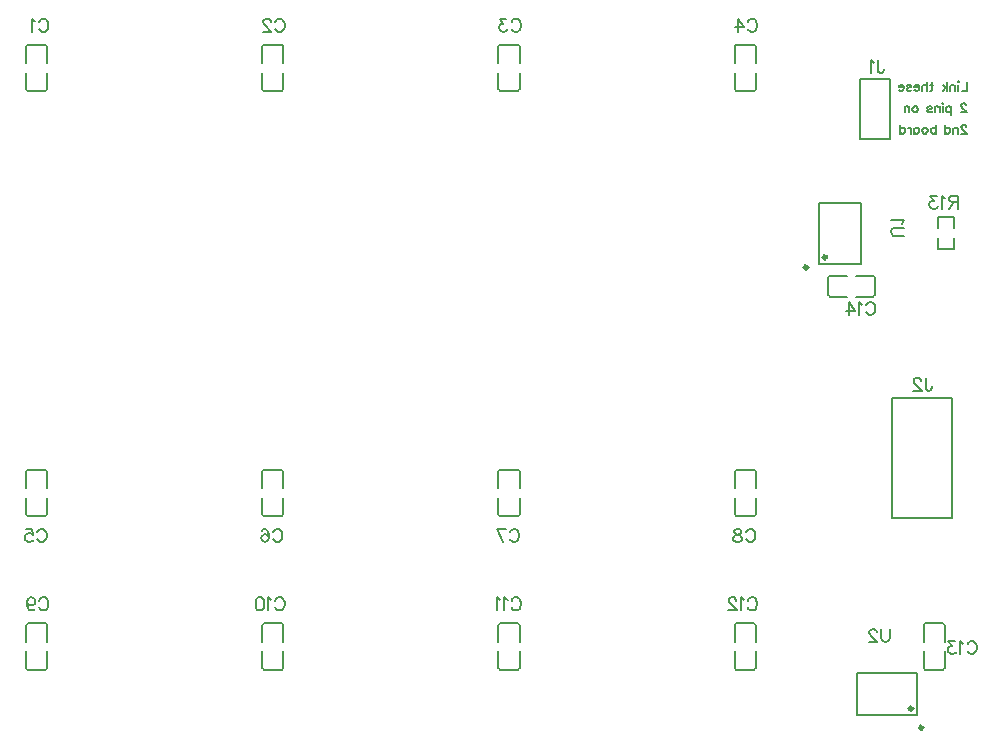
<source format=gbo>
G04 Layer: BottomSilkscreenLayer*
G04 EasyEDA v6.5.23, 2023-08-24 15:40:58*
G04 a67cddfb3fce44daa9051d46cbbcc19f,10*
G04 Gerber Generator version 0.2*
G04 Scale: 100 percent, Rotated: No, Reflected: No *
G04 Dimensions in millimeters *
G04 leading zeros omitted , absolute positions ,4 integer and 5 decimal *
%FSLAX45Y45*%
%MOMM*%

%ADD10C,0.2032*%
%ADD11C,0.1524*%
%ADD12C,0.2030*%
%ADD13C,0.3000*%

%LPD*%
D10*
X9874981Y8480709D02*
G01*
X9874981Y8404346D01*
X9874981Y8404346D02*
G01*
X9831344Y8404346D01*
X9807346Y8480709D02*
G01*
X9803709Y8477074D01*
X9800071Y8480709D01*
X9803709Y8484346D01*
X9807346Y8480709D01*
X9803709Y8455256D02*
G01*
X9803709Y8404346D01*
X9776071Y8455256D02*
G01*
X9776071Y8404346D01*
X9776071Y8440709D02*
G01*
X9765164Y8451618D01*
X9757890Y8455256D01*
X9746980Y8455256D01*
X9739708Y8451618D01*
X9736071Y8440709D01*
X9736071Y8404346D01*
X9712073Y8480709D02*
G01*
X9712073Y8404346D01*
X9675708Y8455256D02*
G01*
X9712073Y8418893D01*
X9697526Y8433437D02*
G01*
X9672073Y8404346D01*
X9581164Y8480709D02*
G01*
X9581164Y8418893D01*
X9577527Y8407984D01*
X9570255Y8404346D01*
X9562983Y8404346D01*
X9592073Y8455256D02*
G01*
X9566617Y8455256D01*
X9538982Y8480709D02*
G01*
X9538982Y8404346D01*
X9538982Y8440709D02*
G01*
X9528073Y8451618D01*
X9520801Y8455256D01*
X9509892Y8455256D01*
X9502617Y8451618D01*
X9498982Y8440709D01*
X9498982Y8404346D01*
X9474982Y8433437D02*
G01*
X9431345Y8433437D01*
X9431345Y8440709D01*
X9434982Y8447984D01*
X9438619Y8451618D01*
X9445891Y8455256D01*
X9456800Y8455256D01*
X9464073Y8451618D01*
X9471345Y8444346D01*
X9474982Y8433437D01*
X9474982Y8426165D01*
X9471345Y8415256D01*
X9464073Y8407984D01*
X9456800Y8404346D01*
X9445891Y8404346D01*
X9438619Y8407984D01*
X9431345Y8415256D01*
X9367347Y8444346D02*
G01*
X9370982Y8451618D01*
X9381891Y8455256D01*
X9392800Y8455256D01*
X9403709Y8451618D01*
X9407347Y8444346D01*
X9403709Y8437074D01*
X9396437Y8433437D01*
X9378254Y8429800D01*
X9370982Y8426165D01*
X9367347Y8418893D01*
X9367347Y8415256D01*
X9370982Y8407984D01*
X9381891Y8404346D01*
X9392800Y8404346D01*
X9403709Y8407984D01*
X9407347Y8415256D01*
X9343346Y8433437D02*
G01*
X9299709Y8433437D01*
X9299709Y8440709D01*
X9303346Y8447984D01*
X9306981Y8451618D01*
X9314256Y8455256D01*
X9325165Y8455256D01*
X9332437Y8451618D01*
X9339709Y8444346D01*
X9343346Y8433437D01*
X9343346Y8426165D01*
X9339709Y8415256D01*
X9332437Y8407984D01*
X9325165Y8404346D01*
X9314256Y8404346D01*
X9306981Y8407984D01*
X9299709Y8415256D01*
X9871344Y8280928D02*
G01*
X9871344Y8284565D01*
X9867709Y8291837D01*
X9864072Y8295474D01*
X9856800Y8299109D01*
X9842253Y8299109D01*
X9834981Y8295474D01*
X9831344Y8291837D01*
X9827709Y8284565D01*
X9827709Y8277293D01*
X9831344Y8270019D01*
X9838618Y8259109D01*
X9874981Y8222747D01*
X9824072Y8222747D01*
X9744072Y8273656D02*
G01*
X9744072Y8197293D01*
X9744072Y8262746D02*
G01*
X9736800Y8270019D01*
X9729528Y8273656D01*
X9718619Y8273656D01*
X9711344Y8270019D01*
X9704072Y8262746D01*
X9700435Y8251837D01*
X9700435Y8244565D01*
X9704072Y8233656D01*
X9711344Y8226384D01*
X9718619Y8222747D01*
X9729528Y8222747D01*
X9736800Y8226384D01*
X9744072Y8233656D01*
X9676437Y8299109D02*
G01*
X9672800Y8295474D01*
X9669162Y8299109D01*
X9672800Y8302746D01*
X9676437Y8299109D01*
X9672800Y8273656D02*
G01*
X9672800Y8222747D01*
X9645164Y8273656D02*
G01*
X9645164Y8222747D01*
X9645164Y8259109D02*
G01*
X9634255Y8270019D01*
X9626981Y8273656D01*
X9616071Y8273656D01*
X9608799Y8270019D01*
X9605164Y8259109D01*
X9605164Y8222747D01*
X9541164Y8262746D02*
G01*
X9544799Y8270019D01*
X9555708Y8273656D01*
X9566617Y8273656D01*
X9577527Y8270019D01*
X9581164Y8262746D01*
X9577527Y8255474D01*
X9570255Y8251837D01*
X9552073Y8248200D01*
X9544799Y8244565D01*
X9541164Y8237293D01*
X9541164Y8233656D01*
X9544799Y8226384D01*
X9555708Y8222747D01*
X9566617Y8222747D01*
X9577527Y8226384D01*
X9581164Y8233656D01*
X9442983Y8273656D02*
G01*
X9450255Y8270019D01*
X9457527Y8262746D01*
X9461164Y8251837D01*
X9461164Y8244565D01*
X9457527Y8233656D01*
X9450255Y8226384D01*
X9442983Y8222747D01*
X9432074Y8222747D01*
X9424799Y8226384D01*
X9417527Y8233656D01*
X9413892Y8244565D01*
X9413892Y8251837D01*
X9417527Y8262746D01*
X9424799Y8270019D01*
X9432074Y8273656D01*
X9442983Y8273656D01*
X9389892Y8273656D02*
G01*
X9389892Y8222747D01*
X9389892Y8259109D02*
G01*
X9378983Y8270019D01*
X9371711Y8273656D01*
X9360801Y8273656D01*
X9353527Y8270019D01*
X9349892Y8259109D01*
X9349892Y8222747D01*
X9871344Y8099328D02*
G01*
X9871344Y8102965D01*
X9867709Y8110237D01*
X9864072Y8113875D01*
X9856800Y8117509D01*
X9842253Y8117509D01*
X9834981Y8113875D01*
X9831344Y8110237D01*
X9827709Y8102965D01*
X9827709Y8095693D01*
X9831344Y8088419D01*
X9838618Y8077509D01*
X9874981Y8041147D01*
X9824072Y8041147D01*
X9800071Y8092056D02*
G01*
X9800071Y8041147D01*
X9800071Y8077509D02*
G01*
X9789162Y8088419D01*
X9781890Y8092056D01*
X9770981Y8092056D01*
X9763709Y8088419D01*
X9760071Y8077509D01*
X9760071Y8041147D01*
X9692436Y8117509D02*
G01*
X9692436Y8041147D01*
X9692436Y8081147D02*
G01*
X9699708Y8088419D01*
X9706980Y8092056D01*
X9717890Y8092056D01*
X9725164Y8088419D01*
X9732436Y8081147D01*
X9736071Y8070237D01*
X9736071Y8062965D01*
X9732436Y8052056D01*
X9725164Y8044784D01*
X9717890Y8041147D01*
X9706980Y8041147D01*
X9699708Y8044784D01*
X9692436Y8052056D01*
X9612436Y8117509D02*
G01*
X9612436Y8041147D01*
X9612436Y8081147D02*
G01*
X9605164Y8088419D01*
X9597890Y8092056D01*
X9586981Y8092056D01*
X9579709Y8088419D01*
X9572437Y8081147D01*
X9568799Y8070237D01*
X9568799Y8062965D01*
X9572437Y8052056D01*
X9579709Y8044784D01*
X9586981Y8041147D01*
X9597890Y8041147D01*
X9605164Y8044784D01*
X9612436Y8052056D01*
X9526617Y8092056D02*
G01*
X9533892Y8088419D01*
X9541164Y8081147D01*
X9544799Y8070237D01*
X9544799Y8062965D01*
X9541164Y8052056D01*
X9533892Y8044784D01*
X9526617Y8041147D01*
X9515708Y8041147D01*
X9508436Y8044784D01*
X9501164Y8052056D01*
X9497527Y8062965D01*
X9497527Y8070237D01*
X9501164Y8081147D01*
X9508436Y8088419D01*
X9515708Y8092056D01*
X9526617Y8092056D01*
X9429892Y8092056D02*
G01*
X9429892Y8041147D01*
X9429892Y8081147D02*
G01*
X9437164Y8088419D01*
X9444436Y8092056D01*
X9455345Y8092056D01*
X9462617Y8088419D01*
X9469892Y8081147D01*
X9473526Y8070237D01*
X9473526Y8062965D01*
X9469892Y8052056D01*
X9462617Y8044784D01*
X9455345Y8041147D01*
X9444436Y8041147D01*
X9437164Y8044784D01*
X9429892Y8052056D01*
X9405891Y8092056D02*
G01*
X9405891Y8041147D01*
X9405891Y8070237D02*
G01*
X9402254Y8081147D01*
X9394982Y8088419D01*
X9387710Y8092056D01*
X9376801Y8092056D01*
X9309163Y8117509D02*
G01*
X9309163Y8041147D01*
X9309163Y8081147D02*
G01*
X9316438Y8088419D01*
X9323710Y8092056D01*
X9334619Y8092056D01*
X9341891Y8088419D01*
X9349163Y8081147D01*
X9352800Y8070237D01*
X9352800Y8062965D01*
X9349163Y8052056D01*
X9341891Y8044784D01*
X9334619Y8041147D01*
X9323710Y8041147D01*
X9316438Y8044784D01*
X9309163Y8052056D01*
D11*
X9122910Y8665301D02*
G01*
X9122910Y8582243D01*
X9128244Y8566495D01*
X9133324Y8561415D01*
X9143738Y8556335D01*
X9154152Y8556335D01*
X9164566Y8561415D01*
X9169900Y8566495D01*
X9174980Y8582243D01*
X9174980Y8592657D01*
X9088620Y8644473D02*
G01*
X9078460Y8649807D01*
X9062712Y8665301D01*
X9062712Y8556335D01*
X9527910Y5975304D02*
G01*
X9527910Y5892246D01*
X9533244Y5876498D01*
X9538324Y5871418D01*
X9548738Y5866338D01*
X9559152Y5866338D01*
X9569566Y5871418D01*
X9574900Y5876498D01*
X9579980Y5892246D01*
X9579980Y5902660D01*
X9488540Y5949396D02*
G01*
X9488540Y5954476D01*
X9483460Y5964890D01*
X9478126Y5970224D01*
X9467712Y5975304D01*
X9446884Y5975304D01*
X9436470Y5970224D01*
X9431390Y5964890D01*
X9426310Y5954476D01*
X9426310Y5944062D01*
X9431390Y5933648D01*
X9441804Y5918154D01*
X9493620Y5866338D01*
X9420976Y5866338D01*
X9799980Y7515301D02*
G01*
X9799980Y7406335D01*
X9799980Y7515301D02*
G01*
X9753244Y7515301D01*
X9737750Y7510221D01*
X9732416Y7504887D01*
X9727336Y7494473D01*
X9727336Y7484059D01*
X9732416Y7473645D01*
X9737750Y7468565D01*
X9753244Y7463485D01*
X9799980Y7463485D01*
X9763658Y7463485D02*
G01*
X9727336Y7406335D01*
X9693046Y7494473D02*
G01*
X9682632Y7499807D01*
X9666884Y7515301D01*
X9666884Y7406335D01*
X9622180Y7515301D02*
G01*
X9565030Y7515301D01*
X9596272Y7473645D01*
X9580778Y7473645D01*
X9570364Y7468565D01*
X9565030Y7463485D01*
X9559950Y7447737D01*
X9559950Y7437323D01*
X9565030Y7421829D01*
X9575444Y7411415D01*
X9591192Y7406335D01*
X9606686Y7406335D01*
X9622180Y7411415D01*
X9627514Y7416495D01*
X9632594Y7426909D01*
X9347111Y7174585D02*
G01*
X9269133Y7174585D01*
X9253639Y7179665D01*
X9243225Y7190079D01*
X9238145Y7205827D01*
X9238145Y7216241D01*
X9243225Y7231735D01*
X9253639Y7242149D01*
X9269133Y7247229D01*
X9347111Y7247229D01*
X9326283Y7281519D02*
G01*
X9331617Y7291933D01*
X9347111Y7307681D01*
X9238145Y7307681D01*
X9225381Y3847122D02*
G01*
X9225381Y3769144D01*
X9220301Y3753650D01*
X9209887Y3743236D01*
X9194139Y3738156D01*
X9183725Y3738156D01*
X9168231Y3743236D01*
X9157817Y3753650D01*
X9152737Y3769144D01*
X9152737Y3847122D01*
X9113113Y3821214D02*
G01*
X9113113Y3826294D01*
X9108033Y3836708D01*
X9102699Y3842042D01*
X9092285Y3847122D01*
X9071711Y3847122D01*
X9061297Y3842042D01*
X9055963Y3836708D01*
X9050883Y3826294D01*
X9050883Y3815880D01*
X9055963Y3805466D01*
X9066377Y3789972D01*
X9118447Y3738156D01*
X9045549Y3738156D01*
X8022005Y4089400D02*
G01*
X8027339Y4099813D01*
X8037753Y4110228D01*
X8047913Y4115307D01*
X8068741Y4115307D01*
X8079155Y4110228D01*
X8089569Y4099813D01*
X8094903Y4089400D01*
X8099983Y4073652D01*
X8099983Y4047744D01*
X8094903Y4032250D01*
X8089569Y4021836D01*
X8079155Y4011421D01*
X8068741Y4006342D01*
X8047913Y4006342D01*
X8037753Y4011421D01*
X8027339Y4021836D01*
X8022005Y4032250D01*
X7987715Y4094479D02*
G01*
X7977301Y4099813D01*
X7961807Y4115307D01*
X7961807Y4006342D01*
X7922183Y4089400D02*
G01*
X7922183Y4094479D01*
X7917103Y4104894D01*
X7912023Y4110228D01*
X7901609Y4115307D01*
X7880781Y4115307D01*
X7870367Y4110228D01*
X7865033Y4104894D01*
X7859953Y4094479D01*
X7859953Y4084065D01*
X7865033Y4073652D01*
X7875447Y4058157D01*
X7927517Y4006342D01*
X7854873Y4006342D01*
X6022009Y4089400D02*
G01*
X6027343Y4099813D01*
X6037757Y4110228D01*
X6047917Y4115307D01*
X6068745Y4115307D01*
X6079159Y4110228D01*
X6089573Y4099813D01*
X6094907Y4089400D01*
X6099987Y4073652D01*
X6099987Y4047744D01*
X6094907Y4032250D01*
X6089573Y4021836D01*
X6079159Y4011421D01*
X6068745Y4006342D01*
X6047917Y4006342D01*
X6037757Y4011421D01*
X6027343Y4021836D01*
X6022009Y4032250D01*
X5987719Y4094479D02*
G01*
X5977305Y4099813D01*
X5961811Y4115307D01*
X5961811Y4006342D01*
X5927521Y4094479D02*
G01*
X5917107Y4099813D01*
X5901613Y4115307D01*
X5901613Y4006342D01*
X4022013Y4089400D02*
G01*
X4027347Y4099813D01*
X4037761Y4110228D01*
X4047921Y4115307D01*
X4068749Y4115307D01*
X4079163Y4110228D01*
X4089577Y4099813D01*
X4094911Y4089400D01*
X4099991Y4073652D01*
X4099991Y4047744D01*
X4094911Y4032250D01*
X4089577Y4021836D01*
X4079163Y4011421D01*
X4068749Y4006342D01*
X4047921Y4006342D01*
X4037761Y4011421D01*
X4027347Y4021836D01*
X4022013Y4032250D01*
X3987723Y4094479D02*
G01*
X3977309Y4099813D01*
X3961815Y4115307D01*
X3961815Y4006342D01*
X3896283Y4115307D02*
G01*
X3912031Y4110228D01*
X3922191Y4094479D01*
X3927525Y4068571D01*
X3927525Y4053078D01*
X3922191Y4026915D01*
X3912031Y4011421D01*
X3896283Y4006342D01*
X3885869Y4006342D01*
X3870375Y4011421D01*
X3859961Y4026915D01*
X3854881Y4053078D01*
X3854881Y4068571D01*
X3859961Y4094479D01*
X3870375Y4110228D01*
X3885869Y4115307D01*
X3896283Y4115307D01*
X2022017Y4089400D02*
G01*
X2027351Y4099813D01*
X2037765Y4110228D01*
X2047925Y4115307D01*
X2068753Y4115307D01*
X2079167Y4110228D01*
X2089581Y4099813D01*
X2094915Y4089400D01*
X2099995Y4073652D01*
X2099995Y4047744D01*
X2094915Y4032250D01*
X2089581Y4021836D01*
X2079167Y4011421D01*
X2068753Y4006342D01*
X2047925Y4006342D01*
X2037765Y4011421D01*
X2027351Y4021836D01*
X2022017Y4032250D01*
X1920163Y4078986D02*
G01*
X1925497Y4063492D01*
X1935911Y4053078D01*
X1951405Y4047744D01*
X1956485Y4047744D01*
X1972233Y4053078D01*
X1982647Y4063492D01*
X1987727Y4078986D01*
X1987727Y4084065D01*
X1982647Y4099813D01*
X1972233Y4110228D01*
X1956485Y4115307D01*
X1951405Y4115307D01*
X1935911Y4110228D01*
X1925497Y4099813D01*
X1920163Y4078986D01*
X1920163Y4053078D01*
X1925497Y4026915D01*
X1935911Y4011421D01*
X1951405Y4006342D01*
X1961819Y4006342D01*
X1977313Y4011421D01*
X1982647Y4021836D01*
X8006918Y4667732D02*
G01*
X8012252Y4678146D01*
X8022666Y4688560D01*
X8032826Y4693640D01*
X8053654Y4693640D01*
X8064068Y4688560D01*
X8074482Y4678146D01*
X8079816Y4667732D01*
X8084896Y4651984D01*
X8084896Y4626076D01*
X8079816Y4610582D01*
X8074482Y4600168D01*
X8064068Y4589754D01*
X8053654Y4584674D01*
X8032826Y4584674D01*
X8022666Y4589754D01*
X8012252Y4600168D01*
X8006918Y4610582D01*
X7946720Y4693640D02*
G01*
X7962214Y4688560D01*
X7967548Y4678146D01*
X7967548Y4667732D01*
X7962214Y4657318D01*
X7951800Y4651984D01*
X7931226Y4646904D01*
X7915478Y4641824D01*
X7905064Y4631410D01*
X7899984Y4620996D01*
X7899984Y4605248D01*
X7905064Y4594834D01*
X7910398Y4589754D01*
X7925892Y4584674D01*
X7946720Y4584674D01*
X7962214Y4589754D01*
X7967548Y4594834D01*
X7972628Y4605248D01*
X7972628Y4620996D01*
X7967548Y4631410D01*
X7957134Y4641824D01*
X7941386Y4646904D01*
X7920812Y4651984D01*
X7910398Y4657318D01*
X7905064Y4667732D01*
X7905064Y4678146D01*
X7910398Y4688560D01*
X7925892Y4693640D01*
X7946720Y4693640D01*
X6006922Y4667732D02*
G01*
X6012256Y4678146D01*
X6022670Y4688560D01*
X6032830Y4693640D01*
X6053658Y4693640D01*
X6064072Y4688560D01*
X6074486Y4678146D01*
X6079820Y4667732D01*
X6084900Y4651984D01*
X6084900Y4626076D01*
X6079820Y4610582D01*
X6074486Y4600168D01*
X6064072Y4589754D01*
X6053658Y4584674D01*
X6032830Y4584674D01*
X6022670Y4589754D01*
X6012256Y4600168D01*
X6006922Y4610582D01*
X5899988Y4693640D02*
G01*
X5951804Y4584674D01*
X5972632Y4693640D02*
G01*
X5899988Y4693640D01*
X4001846Y4667732D02*
G01*
X4007180Y4678146D01*
X4017594Y4688560D01*
X4027754Y4693640D01*
X4048582Y4693640D01*
X4058996Y4688560D01*
X4069410Y4678146D01*
X4074744Y4667732D01*
X4079824Y4651984D01*
X4079824Y4626076D01*
X4074744Y4610582D01*
X4069410Y4600168D01*
X4058996Y4589754D01*
X4048582Y4584674D01*
X4027754Y4584674D01*
X4017594Y4589754D01*
X4007180Y4600168D01*
X4001846Y4610582D01*
X3905326Y4678146D02*
G01*
X3910406Y4688560D01*
X3926154Y4693640D01*
X3936314Y4693640D01*
X3952062Y4688560D01*
X3962476Y4672812D01*
X3967556Y4646904D01*
X3967556Y4620996D01*
X3962476Y4600168D01*
X3952062Y4589754D01*
X3936314Y4584674D01*
X3931234Y4584674D01*
X3915740Y4589754D01*
X3905326Y4600168D01*
X3899992Y4615662D01*
X3899992Y4620996D01*
X3905326Y4636490D01*
X3915740Y4646904D01*
X3931234Y4651984D01*
X3936314Y4651984D01*
X3952062Y4646904D01*
X3962476Y4636490D01*
X3967556Y4620996D01*
X2006930Y4667732D02*
G01*
X2012264Y4678146D01*
X2022678Y4688560D01*
X2032838Y4693640D01*
X2053666Y4693640D01*
X2064080Y4688560D01*
X2074494Y4678146D01*
X2079828Y4667732D01*
X2084908Y4651984D01*
X2084908Y4626076D01*
X2079828Y4610582D01*
X2074494Y4600168D01*
X2064080Y4589754D01*
X2053666Y4584674D01*
X2032838Y4584674D01*
X2022678Y4589754D01*
X2012264Y4600168D01*
X2006930Y4610582D01*
X1910410Y4693640D02*
G01*
X1962226Y4693640D01*
X1967560Y4646904D01*
X1962226Y4651984D01*
X1946732Y4657318D01*
X1931238Y4657318D01*
X1915490Y4651984D01*
X1905076Y4641824D01*
X1899996Y4626076D01*
X1899996Y4615662D01*
X1905076Y4600168D01*
X1915490Y4589754D01*
X1931238Y4584674D01*
X1946732Y4584674D01*
X1962226Y4589754D01*
X1967560Y4594834D01*
X1972640Y4605248D01*
X8022005Y8989390D02*
G01*
X8027339Y8999804D01*
X8037753Y9010218D01*
X8047913Y9015298D01*
X8068741Y9015298D01*
X8079155Y9010218D01*
X8089569Y8999804D01*
X8094903Y8989390D01*
X8099983Y8973642D01*
X8099983Y8947734D01*
X8094903Y8932240D01*
X8089569Y8921826D01*
X8079155Y8911412D01*
X8068741Y8906332D01*
X8047913Y8906332D01*
X8037753Y8911412D01*
X8027339Y8921826D01*
X8022005Y8932240D01*
X7935899Y9015298D02*
G01*
X7987715Y8942654D01*
X7909737Y8942654D01*
X7935899Y9015298D02*
G01*
X7935899Y8906332D01*
X6022009Y8989390D02*
G01*
X6027343Y8999804D01*
X6037757Y9010218D01*
X6047917Y9015298D01*
X6068745Y9015298D01*
X6079159Y9010218D01*
X6089573Y8999804D01*
X6094907Y8989390D01*
X6099987Y8973642D01*
X6099987Y8947734D01*
X6094907Y8932240D01*
X6089573Y8921826D01*
X6079159Y8911412D01*
X6068745Y8906332D01*
X6047917Y8906332D01*
X6037757Y8911412D01*
X6027343Y8921826D01*
X6022009Y8932240D01*
X5977305Y9015298D02*
G01*
X5920155Y9015298D01*
X5951397Y8973642D01*
X5935903Y8973642D01*
X5925489Y8968562D01*
X5920155Y8963482D01*
X5915075Y8947734D01*
X5915075Y8937320D01*
X5920155Y8921826D01*
X5930569Y8911412D01*
X5946317Y8906332D01*
X5961811Y8906332D01*
X5977305Y8911412D01*
X5982639Y8916492D01*
X5987719Y8926906D01*
X4022013Y8989390D02*
G01*
X4027347Y8999804D01*
X4037761Y9010218D01*
X4047921Y9015298D01*
X4068749Y9015298D01*
X4079163Y9010218D01*
X4089577Y8999804D01*
X4094911Y8989390D01*
X4099991Y8973642D01*
X4099991Y8947734D01*
X4094911Y8932240D01*
X4089577Y8921826D01*
X4079163Y8911412D01*
X4068749Y8906332D01*
X4047921Y8906332D01*
X4037761Y8911412D01*
X4027347Y8921826D01*
X4022013Y8932240D01*
X3982643Y8989390D02*
G01*
X3982643Y8994470D01*
X3977309Y9004884D01*
X3972229Y9010218D01*
X3961815Y9015298D01*
X3940987Y9015298D01*
X3930573Y9010218D01*
X3925493Y9004884D01*
X3920159Y8994470D01*
X3920159Y8984056D01*
X3925493Y8973642D01*
X3935907Y8958148D01*
X3987723Y8906332D01*
X3915079Y8906332D01*
X2022017Y8989390D02*
G01*
X2027351Y8999804D01*
X2037765Y9010218D01*
X2047925Y9015298D01*
X2068753Y9015298D01*
X2079167Y9010218D01*
X2089581Y8999804D01*
X2094915Y8989390D01*
X2099995Y8973642D01*
X2099995Y8947734D01*
X2094915Y8932240D01*
X2089581Y8921826D01*
X2079167Y8911412D01*
X2068753Y8906332D01*
X2047925Y8906332D01*
X2037765Y8911412D01*
X2027351Y8921826D01*
X2022017Y8932240D01*
X1987727Y8994470D02*
G01*
X1977313Y8999804D01*
X1961819Y9015298D01*
X1961819Y8906332D01*
X9882002Y3719400D02*
G01*
X9887336Y3729814D01*
X9897750Y3740228D01*
X9907910Y3745308D01*
X9928738Y3745308D01*
X9939152Y3740228D01*
X9949566Y3729814D01*
X9954900Y3719400D01*
X9959980Y3703652D01*
X9959980Y3677744D01*
X9954900Y3662250D01*
X9949566Y3651836D01*
X9939152Y3641422D01*
X9928738Y3636342D01*
X9907910Y3636342D01*
X9897750Y3641422D01*
X9887336Y3651836D01*
X9882002Y3662250D01*
X9847712Y3724480D02*
G01*
X9837298Y3729814D01*
X9821804Y3745308D01*
X9821804Y3636342D01*
X9777100Y3745308D02*
G01*
X9719950Y3745308D01*
X9751192Y3703652D01*
X9735444Y3703652D01*
X9725030Y3698572D01*
X9719950Y3693492D01*
X9714870Y3677744D01*
X9714870Y3667330D01*
X9719950Y3651836D01*
X9730364Y3641422D01*
X9745858Y3636342D01*
X9761606Y3636342D01*
X9777100Y3641422D01*
X9782180Y3646502D01*
X9787514Y3656916D01*
X9022003Y6589395D02*
G01*
X9027337Y6599809D01*
X9037751Y6610222D01*
X9047911Y6615303D01*
X9068739Y6615303D01*
X9079153Y6610222D01*
X9089567Y6599809D01*
X9094901Y6589395D01*
X9099981Y6573646D01*
X9099981Y6547738D01*
X9094901Y6532245D01*
X9089567Y6521830D01*
X9079153Y6511417D01*
X9068739Y6506337D01*
X9047911Y6506337D01*
X9037751Y6511417D01*
X9027337Y6521830D01*
X9022003Y6532245D01*
X8987713Y6594475D02*
G01*
X8977299Y6599809D01*
X8961805Y6615303D01*
X8961805Y6506337D01*
X8875445Y6615303D02*
G01*
X8927515Y6542659D01*
X8849537Y6542659D01*
X8875445Y6615303D02*
G01*
X8875445Y6506337D01*
D12*
X9226981Y8503983D02*
G01*
X9226981Y8186483D01*
D10*
X9226981Y8503983D02*
G01*
X8972981Y8503983D01*
X8972981Y7995983D01*
X9226981Y7995983D01*
X9226981Y8186483D01*
X9753981Y4791989D02*
G01*
X9245981Y4791989D01*
X9245981Y5807989D01*
X9753981Y5807989D01*
X9753981Y4791989D01*
D11*
X9766040Y7157364D02*
G01*
X9766040Y7061476D01*
X9633920Y7061476D01*
X9633920Y7157364D01*
X9766040Y7242606D02*
G01*
X9766040Y7338494D01*
X9633920Y7338494D01*
X9633920Y7242606D01*
X8622855Y6942366D02*
G01*
X8977134Y6942366D01*
X8977134Y7457605D01*
X8622855Y7457605D01*
X8622855Y6942366D01*
X9457601Y3122866D02*
G01*
X9457601Y3477145D01*
X8942362Y3477145D01*
X8942362Y3122866D01*
X9457601Y3122866D01*
X7909623Y3518872D02*
G01*
X7909623Y3659873D01*
X8090344Y3659873D02*
G01*
X8090344Y3518872D01*
X8075104Y3503632D02*
G01*
X7924863Y3503632D01*
X7909623Y3881112D02*
G01*
X7909623Y3740111D01*
X8090344Y3740111D02*
G01*
X8090344Y3881112D01*
X8075104Y3896352D02*
G01*
X7924863Y3896352D01*
X5909627Y3518872D02*
G01*
X5909627Y3659873D01*
X6090348Y3659873D02*
G01*
X6090348Y3518872D01*
X6075108Y3503632D02*
G01*
X5924867Y3503632D01*
X5909627Y3881112D02*
G01*
X5909627Y3740111D01*
X6090348Y3740111D02*
G01*
X6090348Y3881112D01*
X6075108Y3896352D02*
G01*
X5924867Y3896352D01*
X3909631Y3518872D02*
G01*
X3909631Y3659873D01*
X4090352Y3659873D02*
G01*
X4090352Y3518872D01*
X4075112Y3503632D02*
G01*
X3924871Y3503632D01*
X3909631Y3881112D02*
G01*
X3909631Y3740111D01*
X4090352Y3740111D02*
G01*
X4090352Y3881112D01*
X4075112Y3896352D02*
G01*
X3924871Y3896352D01*
X1909635Y3518872D02*
G01*
X1909635Y3659873D01*
X2090356Y3659873D02*
G01*
X2090356Y3518872D01*
X2075116Y3503632D02*
G01*
X1924875Y3503632D01*
X1909635Y3881112D02*
G01*
X1909635Y3740111D01*
X2090356Y3740111D02*
G01*
X2090356Y3881112D01*
X2075116Y3896352D02*
G01*
X1924875Y3896352D01*
X8090344Y5181109D02*
G01*
X8090344Y5040109D01*
X7909623Y5040109D02*
G01*
X7909623Y5181109D01*
X7924863Y5196349D02*
G01*
X8075104Y5196349D01*
X8090344Y4818870D02*
G01*
X8090344Y4959870D01*
X7909623Y4959870D02*
G01*
X7909623Y4818870D01*
X7924863Y4803630D02*
G01*
X8075104Y4803630D01*
X6090348Y5181109D02*
G01*
X6090348Y5040109D01*
X5909627Y5040109D02*
G01*
X5909627Y5181109D01*
X5924867Y5196349D02*
G01*
X6075108Y5196349D01*
X6090348Y4818870D02*
G01*
X6090348Y4959870D01*
X5909627Y4959870D02*
G01*
X5909627Y4818870D01*
X5924867Y4803630D02*
G01*
X6075108Y4803630D01*
X4090352Y5181109D02*
G01*
X4090352Y5040109D01*
X3909631Y5040109D02*
G01*
X3909631Y5181109D01*
X3924871Y5196349D02*
G01*
X4075112Y5196349D01*
X4090352Y4818870D02*
G01*
X4090352Y4959870D01*
X3909631Y4959870D02*
G01*
X3909631Y4818870D01*
X3924871Y4803630D02*
G01*
X4075112Y4803630D01*
X2090356Y5181109D02*
G01*
X2090356Y5040109D01*
X1909635Y5040109D02*
G01*
X1909635Y5181109D01*
X1924875Y5196349D02*
G01*
X2075116Y5196349D01*
X2090356Y4818870D02*
G01*
X2090356Y4959870D01*
X1909635Y4959870D02*
G01*
X1909635Y4818870D01*
X1924875Y4803630D02*
G01*
X2075116Y4803630D01*
X7909623Y8418863D02*
G01*
X7909623Y8559863D01*
X8090344Y8559863D02*
G01*
X8090344Y8418863D01*
X8075104Y8403623D02*
G01*
X7924863Y8403623D01*
X7909623Y8781102D02*
G01*
X7909623Y8640102D01*
X8090344Y8640102D02*
G01*
X8090344Y8781102D01*
X8075104Y8796342D02*
G01*
X7924863Y8796342D01*
X5909627Y8418863D02*
G01*
X5909627Y8559863D01*
X6090348Y8559863D02*
G01*
X6090348Y8418863D01*
X6075108Y8403623D02*
G01*
X5924867Y8403623D01*
X5909627Y8781102D02*
G01*
X5909627Y8640102D01*
X6090348Y8640102D02*
G01*
X6090348Y8781102D01*
X6075108Y8796342D02*
G01*
X5924867Y8796342D01*
X3909631Y8418863D02*
G01*
X3909631Y8559863D01*
X4090352Y8559863D02*
G01*
X4090352Y8418863D01*
X4075112Y8403623D02*
G01*
X3924871Y8403623D01*
X3909631Y8781102D02*
G01*
X3909631Y8640102D01*
X4090352Y8640102D02*
G01*
X4090352Y8781102D01*
X4075112Y8796342D02*
G01*
X3924871Y8796342D01*
X1909635Y8418863D02*
G01*
X1909635Y8559863D01*
X2090356Y8559863D02*
G01*
X2090356Y8418863D01*
X2075116Y8403623D02*
G01*
X1924875Y8403623D01*
X1909635Y8781102D02*
G01*
X1909635Y8640102D01*
X2090356Y8640102D02*
G01*
X2090356Y8781102D01*
X2075116Y8796342D02*
G01*
X1924875Y8796342D01*
X9509620Y3518872D02*
G01*
X9509620Y3659873D01*
X9690341Y3659873D02*
G01*
X9690341Y3518872D01*
X9675101Y3503632D02*
G01*
X9524860Y3503632D01*
X9509620Y3881112D02*
G01*
X9509620Y3740111D01*
X9690341Y3740111D02*
G01*
X9690341Y3881112D01*
X9675101Y3896352D02*
G01*
X9524860Y3896352D01*
X9081101Y6659626D02*
G01*
X8940101Y6659626D01*
X8940101Y6840346D02*
G01*
X9081101Y6840346D01*
X9096341Y6825106D02*
G01*
X9096341Y6674865D01*
X8718862Y6659626D02*
G01*
X8859862Y6659626D01*
X8859862Y6840346D02*
G01*
X8718862Y6840346D01*
X8703622Y6825106D02*
G01*
X8703622Y6674865D01*
G75*
G01*
X8090344Y3518873D02*
G02*
X8075104Y3503633I-15240J0D01*
G75*
G01*
X7924863Y3503633D02*
G02*
X7909624Y3518873I0J15240D01*
G75*
G01*
X8090344Y3881112D02*
G03*
X8075104Y3896352I-15240J0D01*
G75*
G01*
X7924863Y3896352D02*
G03*
X7909624Y3881112I0J-15240D01*
G75*
G01*
X6090349Y3518873D02*
G02*
X6075108Y3503633I-15241J0D01*
G75*
G01*
X5924867Y3503633D02*
G02*
X5909628Y3518873I0J15240D01*
G75*
G01*
X6090349Y3881112D02*
G03*
X6075108Y3896352I-15241J0D01*
G75*
G01*
X5924867Y3896352D02*
G03*
X5909628Y3881112I0J-15240D01*
G75*
G01*
X4090353Y3518873D02*
G02*
X4075113Y3503633I-15240J0D01*
G75*
G01*
X3924872Y3503633D02*
G02*
X3909631Y3518873I0J15240D01*
G75*
G01*
X4090353Y3881112D02*
G03*
X4075113Y3896352I-15240J0D01*
G75*
G01*
X3924872Y3896352D02*
G03*
X3909631Y3881112I0J-15240D01*
G75*
G01*
X2090356Y3518873D02*
G02*
X2075117Y3503633I-15240J0D01*
G75*
G01*
X1924875Y3503633D02*
G02*
X1909635Y3518873I1J15240D01*
G75*
G01*
X2090356Y3881112D02*
G03*
X2075117Y3896352I-15240J0D01*
G75*
G01*
X1924875Y3896352D02*
G03*
X1909635Y3881112I1J-15240D01*
G75*
G01*
X7909624Y5181110D02*
G02*
X7924863Y5196350I15239J0D01*
G75*
G01*
X8075104Y5196350D02*
G02*
X8090344Y5181110I0J-15240D01*
G75*
G01*
X7909624Y4818870D02*
G03*
X7924863Y4803630I15239J0D01*
G75*
G01*
X8075104Y4803630D02*
G03*
X8090344Y4818870I0J15240D01*
G75*
G01*
X5909628Y5181110D02*
G02*
X5924867Y5196350I15239J0D01*
G75*
G01*
X6075108Y5196350D02*
G02*
X6090349Y5181110I0J-15240D01*
G75*
G01*
X5909628Y4818870D02*
G03*
X5924867Y4803630I15239J0D01*
G75*
G01*
X6075108Y4803630D02*
G03*
X6090349Y4818870I0J15240D01*
G75*
G01*
X3909631Y5181110D02*
G02*
X3924872Y5196350I15241J0D01*
G75*
G01*
X4075113Y5196350D02*
G02*
X4090353Y5181110I0J-15240D01*
G75*
G01*
X3909631Y4818870D02*
G03*
X3924872Y4803630I15241J0D01*
G75*
G01*
X4075113Y4803630D02*
G03*
X4090353Y4818870I0J15240D01*
G75*
G01*
X1909635Y5181110D02*
G02*
X1924875Y5196350I15241J0D01*
G75*
G01*
X2075117Y5196350D02*
G02*
X2090356Y5181110I-1J-15240D01*
G75*
G01*
X1909635Y4818870D02*
G03*
X1924875Y4803630I15241J0D01*
G75*
G01*
X2075117Y4803630D02*
G03*
X2090356Y4818870I-1J15240D01*
G75*
G01*
X8090344Y8418863D02*
G02*
X8075104Y8403623I-15240J0D01*
G75*
G01*
X7924863Y8403623D02*
G02*
X7909624Y8418863I0J15240D01*
G75*
G01*
X8090344Y8781103D02*
G03*
X8075104Y8796343I-15240J0D01*
G75*
G01*
X7924863Y8796343D02*
G03*
X7909624Y8781103I0J-15240D01*
G75*
G01*
X6090349Y8418863D02*
G02*
X6075108Y8403623I-15241J0D01*
G75*
G01*
X5924867Y8403623D02*
G02*
X5909628Y8418863I0J15240D01*
G75*
G01*
X6090349Y8781103D02*
G03*
X6075108Y8796343I-15241J0D01*
G75*
G01*
X5924867Y8796343D02*
G03*
X5909628Y8781103I0J-15240D01*
G75*
G01*
X4090353Y8418863D02*
G02*
X4075113Y8403623I-15240J0D01*
G75*
G01*
X3924872Y8403623D02*
G02*
X3909631Y8418863I0J15240D01*
G75*
G01*
X4090353Y8781103D02*
G03*
X4075113Y8796343I-15240J0D01*
G75*
G01*
X3924872Y8796343D02*
G03*
X3909631Y8781103I0J-15240D01*
G75*
G01*
X2090356Y8418863D02*
G02*
X2075117Y8403623I-15240J0D01*
G75*
G01*
X1924875Y8403623D02*
G02*
X1909635Y8418863I1J15240D01*
G75*
G01*
X2090356Y8781103D02*
G03*
X2075117Y8796343I-15240J0D01*
G75*
G01*
X1924875Y8796343D02*
G03*
X1909635Y8781103I1J-15240D01*
G75*
G01*
X9690341Y3518873D02*
G02*
X9675101Y3503633I-15240J0D01*
G75*
G01*
X9524860Y3503633D02*
G02*
X9509620Y3518873I0J15240D01*
G75*
G01*
X9690341Y3881112D02*
G03*
X9675101Y3896352I-15240J0D01*
G75*
G01*
X9524860Y3896352D02*
G03*
X9509620Y3881112I0J-15240D01*
G75*
G01*
X9081102Y6840347D02*
G02*
X9096342Y6825107I0J-15240D01*
G75*
G01*
X9096342Y6674866D02*
G02*
X9081102Y6659626I-15240J0D01*
G75*
G01*
X8718862Y6840347D02*
G03*
X8703622Y6825107I0J-15240D01*
G75*
G01*
X8703622Y6674866D02*
G03*
X8718862Y6659626I15240J0D01*
D13*
G75*
G01
X8687994Y6996786D02*
G03X8687994Y6996786I-15011J0D01*
G75*
G01
X8528431Y6910095D02*
G03X8528431Y6910095I-15011J0D01*
G75*
G01
X9418193Y3172968D02*
G03X9418193Y3172968I-15011J0D01*
G75*
G01
X9504883Y3013405D02*
G03X9504883Y3013405I-15011J0D01*
M02*

</source>
